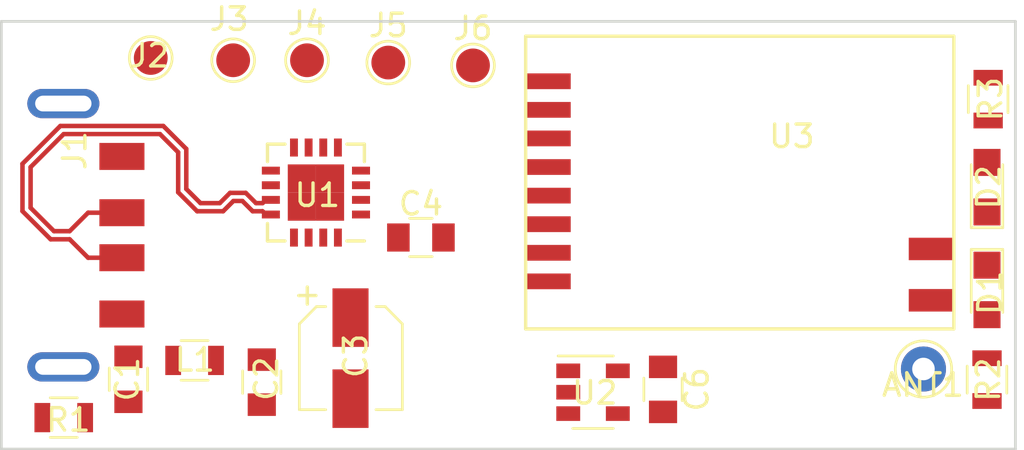
<source format=kicad_pcb>
(kicad_pcb (version 20171130) (host pcbnew "(6.0.0-rc1-dev-335-g46216ad)")

  (general
    (thickness 1.6)
    (drawings 4)
    (tracks 34)
    (zones 0)
    (modules 21)
    (nets 20)
  )

  (page A4)
  (layers
    (0 F.Cu signal)
    (31 B.Cu signal)
    (32 B.Adhes user)
    (33 F.Adhes user)
    (34 B.Paste user)
    (35 F.Paste user)
    (36 B.SilkS user)
    (37 F.SilkS user)
    (38 B.Mask user)
    (39 F.Mask user)
    (40 Dwgs.User user)
    (41 Cmts.User user)
    (42 Eco1.User user)
    (43 Eco2.User user)
    (44 Edge.Cuts user)
    (45 Margin user)
    (46 B.CrtYd user)
    (47 F.CrtYd user)
    (48 B.Fab user)
    (49 F.Fab user hide)
  )

  (setup
    (last_trace_width 0.25)
    (user_trace_width 0.16)
    (trace_clearance 0.16)
    (zone_clearance 0.508)
    (zone_45_only no)
    (trace_min 0.16)
    (via_size 0.8)
    (via_drill 0.4)
    (via_min_size 0.4)
    (via_min_drill 0.3)
    (uvia_size 0.3)
    (uvia_drill 0.1)
    (uvias_allowed no)
    (uvia_min_size 0.2)
    (uvia_min_drill 0.1)
    (edge_width 0.05)
    (segment_width 0.2)
    (pcb_text_width 0.3)
    (pcb_text_size 1.5 1.5)
    (mod_edge_width 0.12)
    (mod_text_size 1 1)
    (mod_text_width 0.15)
    (pad_size 1.524 1.524)
    (pad_drill 0.762)
    (pad_to_mask_clearance 0.2)
    (aux_axis_origin 0 0)
    (visible_elements FFFFE77F)
    (pcbplotparams
      (layerselection 0x010fc_ffffffff)
      (usegerberextensions false)
      (usegerberattributes false)
      (usegerberadvancedattributes false)
      (creategerberjobfile false)
      (excludeedgelayer true)
      (linewidth 0.100000)
      (plotframeref false)
      (viasonmask false)
      (mode 1)
      (useauxorigin false)
      (hpglpennumber 1)
      (hpglpenspeed 20)
      (hpglpendiameter 15.000000)
      (psnegative false)
      (psa4output false)
      (plotreference true)
      (plotvalue true)
      (plotinvisibletext false)
      (padsonsilk false)
      (subtractmaskfromsilk false)
      (outputformat 1)
      (mirror false)
      (drillshape 1)
      (scaleselection 1)
      (outputdirectory ""))
  )

  (net 0 "")
  (net 1 +3V3)
  (net 2 +5V)
  (net 3 GND)
  (net 4 "Net-(J1-Pad5)")
  (net 5 LED)
  (net 6 "Net-(D1-Pad2)")
  (net 7 "Net-(D2-Pad2)")
  (net 8 LED_DEBUG)
  (net 9 D-)
  (net 10 "Net-(C1-Pad1)")
  (net 11 D+)
  (net 12 ISPDAT)
  (net 13 ISPCLK)
  (net 14 MOSI)
  (net 15 GDO0)
  (net 16 GDO2)
  (net 17 ~MCLR)
  (net 18 CSN)
  (net 19 "Net-(ANT1-Pad1)")

  (net_class Default "Ceci est la Netclass par défaut."
    (clearance 0.16)
    (trace_width 0.25)
    (via_dia 0.8)
    (via_drill 0.4)
    (uvia_dia 0.3)
    (uvia_drill 0.1)
    (diff_pair_width 0.2)
    (diff_pair_gap 0.16)
    (add_net +3V3)
    (add_net +5V)
    (add_net CSN)
    (add_net D+)
    (add_net D-)
    (add_net GDO0)
    (add_net GDO2)
    (add_net GND)
    (add_net ISPCLK)
    (add_net ISPDAT)
    (add_net LED)
    (add_net LED_DEBUG)
    (add_net MOSI)
    (add_net "Net-(ANT1-Pad1)")
    (add_net "Net-(C1-Pad1)")
    (add_net "Net-(D1-Pad2)")
    (add_net "Net-(D2-Pad2)")
    (add_net "Net-(J1-Pad5)")
    (add_net ~MCLR)
  )

  (module Connectors_TestPoints:Test_Point_Pad_d1.5mm (layer F.Cu) (tedit 59B53D7B) (tstamp 5B8573AC)
    (at 145.3896 92.7862)
    (descr "SMD pad as test Point, diameter 1.5mm")
    (tags "test point SMD pad")
    (path /5B7D9504)
    (attr virtual)
    (fp_text reference J2 (at -0.0508 -0.1016) (layer F.SilkS)
      (effects (font (size 1 1) (thickness 0.15)))
    )
    (fp_text value TestPoint (at 0 1.75) (layer F.Fab)
      (effects (font (size 1 1) (thickness 0.15)))
    )
    (fp_circle (center 0 0) (end 0 0.95) (layer F.SilkS) (width 0.12))
    (fp_circle (center 0 0) (end 1.25 0) (layer F.CrtYd) (width 0.05))
    (fp_text user %R (at 0 -1.65) (layer F.Fab)
      (effects (font (size 1 1) (thickness 0.15)))
    )
    (pad 1 smd circle (at 0 0) (size 1.5 1.5) (layers F.Cu F.Mask)
      (net 17 ~MCLR))
  )

  (module Capacitors_SMD:CP_Elec_4x4.5 (layer F.Cu) (tedit 58AA85E3) (tstamp 5B852BCF)
    (at 154.2542 106.1212 270)
    (descr "SMT capacitor, aluminium electrolytic, 4x4.5")
    (path /5B63038C)
    (attr smd)
    (fp_text reference C3 (at -0.1016 -0.2286 90) (layer F.SilkS)
      (effects (font (size 1 1) (thickness 0.15)))
    )
    (fp_text value 4.7uF (at 0 -3.45 90) (layer F.Fab) hide
      (effects (font (size 1 1) (thickness 0.15)))
    )
    (fp_line (start 3.35 2.37) (end -3.35 2.37) (layer F.CrtYd) (width 0.05))
    (fp_line (start 3.35 2.37) (end 3.35 -2.4) (layer F.CrtYd) (width 0.05))
    (fp_line (start -3.35 -2.4) (end -3.35 2.37) (layer F.CrtYd) (width 0.05))
    (fp_line (start -3.35 -2.4) (end 3.35 -2.4) (layer F.CrtYd) (width 0.05))
    (fp_line (start -1.52 2.27) (end -2.29 1.51) (layer F.SilkS) (width 0.12))
    (fp_line (start -1.52 2.27) (end 2.29 2.27) (layer F.SilkS) (width 0.12))
    (fp_line (start -1.52 -2.3) (end -2.29 -1.54) (layer F.SilkS) (width 0.12))
    (fp_line (start -1.52 -2.3) (end 2.29 -2.3) (layer F.SilkS) (width 0.12))
    (fp_line (start -2.29 -1.54) (end -2.29 -1.13) (layer F.SilkS) (width 0.12))
    (fp_line (start -2.29 1.51) (end -2.29 1.1) (layer F.SilkS) (width 0.12))
    (fp_line (start 2.29 2.27) (end 2.29 1.1) (layer F.SilkS) (width 0.12))
    (fp_line (start 2.29 -2.3) (end 2.29 -1.13) (layer F.SilkS) (width 0.12))
    (fp_line (start 2.13 -2.15) (end -1.46 -2.15) (layer F.Fab) (width 0.1))
    (fp_line (start -1.46 -2.15) (end -2.13 -1.47) (layer F.Fab) (width 0.1))
    (fp_line (start -2.13 -1.47) (end -2.13 1.45) (layer F.Fab) (width 0.1))
    (fp_line (start -2.13 1.45) (end -1.46 2.12) (layer F.Fab) (width 0.1))
    (fp_line (start -1.46 2.12) (end 2.13 2.12) (layer F.Fab) (width 0.1))
    (fp_line (start 2.13 2.12) (end 2.13 -2.15) (layer F.Fab) (width 0.1))
    (fp_text user %R (at 0.2032 1.5748 90) (layer F.Fab)
      (effects (font (size 1 1) (thickness 0.15)))
    )
    (fp_text user + (at -2.78 1.99 90) (layer F.SilkS)
      (effects (font (size 1 1) (thickness 0.15)))
    )
    (fp_text user + (at -1.24 -0.08 270) (layer F.Fab)
      (effects (font (size 1 1) (thickness 0.15)))
    )
    (fp_circle (center 0 0) (end 0.1 2.1) (layer F.Fab) (width 0.1))
    (pad 2 smd rect (at 1.8 0 90) (size 2.6 1.6) (layers F.Cu F.Paste F.Mask)
      (net 3 GND))
    (pad 1 smd rect (at -1.8 0 90) (size 2.6 1.6) (layers F.Cu F.Paste F.Mask)
      (net 2 +5V))
    (model Capacitors_SMD.3dshapes/CP_Elec_4x4.5.wrl
      (at (xyz 0 0 0))
      (scale (xyz 1 1 1))
      (rotate (xyz 0 0 180))
    )
  )

  (module Capacitors_SMD:C_0805 (layer F.Cu) (tedit 58AA8463) (tstamp 5B852BB3)
    (at 168.1226 107.5088 270)
    (descr "Capacitor SMD 0805, reflow soldering, AVX (see smccp.pdf)")
    (tags "capacitor 0805")
    (path /5B684462)
    (attr smd)
    (fp_text reference C6 (at 0 -1.5 270) (layer F.SilkS)
      (effects (font (size 1 1) (thickness 0.15)))
    )
    (fp_text value 100nF (at 0 1.75 270) (layer F.Fab)
      (effects (font (size 1 1) (thickness 0.15)))
    )
    (fp_line (start 1.75 0.87) (end -1.75 0.87) (layer F.CrtYd) (width 0.05))
    (fp_line (start 1.75 0.87) (end 1.75 -0.88) (layer F.CrtYd) (width 0.05))
    (fp_line (start -1.75 -0.88) (end -1.75 0.87) (layer F.CrtYd) (width 0.05))
    (fp_line (start -1.75 -0.88) (end 1.75 -0.88) (layer F.CrtYd) (width 0.05))
    (fp_line (start -0.5 0.85) (end 0.5 0.85) (layer F.SilkS) (width 0.12))
    (fp_line (start 0.5 -0.85) (end -0.5 -0.85) (layer F.SilkS) (width 0.12))
    (fp_line (start -1 -0.62) (end 1 -0.62) (layer F.Fab) (width 0.1))
    (fp_line (start 1 -0.62) (end 1 0.62) (layer F.Fab) (width 0.1))
    (fp_line (start 1 0.62) (end -1 0.62) (layer F.Fab) (width 0.1))
    (fp_line (start -1 0.62) (end -1 -0.62) (layer F.Fab) (width 0.1))
    (fp_text user %R (at 0 -1.5 270) (layer F.Fab)
      (effects (font (size 1 1) (thickness 0.15)))
    )
    (pad 2 smd rect (at 1 0 270) (size 1 1.25) (layers F.Cu F.Paste F.Mask)
      (net 3 GND))
    (pad 1 smd rect (at -1 0 270) (size 1 1.25) (layers F.Cu F.Paste F.Mask)
      (net 1 +3V3))
    (model Capacitors_SMD.3dshapes/C_0805.wrl
      (at (xyz 0 0 0))
      (scale (xyz 1 1 1))
      (rotate (xyz 0 0 0))
    )
  )

  (module Capacitors_SMD:C_0805 (layer F.Cu) (tedit 58AA8463) (tstamp 5B852DB3)
    (at 157.3784 100.7618)
    (descr "Capacitor SMD 0805, reflow soldering, AVX (see smccp.pdf)")
    (tags "capacitor 0805")
    (path /5B62FCC2)
    (attr smd)
    (fp_text reference C4 (at 0 -1.5) (layer F.SilkS)
      (effects (font (size 1 1) (thickness 0.15)))
    )
    (fp_text value 100nF (at 0 1.75) (layer F.Fab)
      (effects (font (size 1 1) (thickness 0.15)))
    )
    (fp_line (start 1.75 0.87) (end -1.75 0.87) (layer F.CrtYd) (width 0.05))
    (fp_line (start 1.75 0.87) (end 1.75 -0.88) (layer F.CrtYd) (width 0.05))
    (fp_line (start -1.75 -0.88) (end -1.75 0.87) (layer F.CrtYd) (width 0.05))
    (fp_line (start -1.75 -0.88) (end 1.75 -0.88) (layer F.CrtYd) (width 0.05))
    (fp_line (start -0.5 0.85) (end 0.5 0.85) (layer F.SilkS) (width 0.12))
    (fp_line (start 0.5 -0.85) (end -0.5 -0.85) (layer F.SilkS) (width 0.12))
    (fp_line (start -1 -0.62) (end 1 -0.62) (layer F.Fab) (width 0.1))
    (fp_line (start 1 -0.62) (end 1 0.62) (layer F.Fab) (width 0.1))
    (fp_line (start 1 0.62) (end -1 0.62) (layer F.Fab) (width 0.1))
    (fp_line (start -1 0.62) (end -1 -0.62) (layer F.Fab) (width 0.1))
    (fp_text user %R (at 0 -1.5) (layer F.Fab)
      (effects (font (size 1 1) (thickness 0.15)))
    )
    (pad 2 smd rect (at 1 0) (size 1 1.25) (layers F.Cu F.Paste F.Mask)
      (net 3 GND))
    (pad 1 smd rect (at -1 0) (size 1 1.25) (layers F.Cu F.Paste F.Mask)
      (net 1 +3V3))
    (model Capacitors_SMD.3dshapes/C_0805.wrl
      (at (xyz 0 0 0))
      (scale (xyz 1 1 1))
      (rotate (xyz 0 0 0))
    )
  )

  (module Capacitors_SMD:C_0805 (layer F.Cu) (tedit 58AA8463) (tstamp 5B852B80)
    (at 150.3172 107.188 270)
    (descr "Capacitor SMD 0805, reflow soldering, AVX (see smccp.pdf)")
    (tags "capacitor 0805")
    (path /5B62F72B)
    (attr smd)
    (fp_text reference C2 (at -0.1524 -0.2032 270) (layer F.SilkS)
      (effects (font (size 1 1) (thickness 0.15)))
    )
    (fp_text value 100nF (at 0 1.75 270) (layer F.Fab) hide
      (effects (font (size 1 1) (thickness 0.15)))
    )
    (fp_text user %R (at 0.0762 -0.1016 270) (layer F.Fab)
      (effects (font (size 1 1) (thickness 0.15)))
    )
    (fp_line (start -1 0.62) (end -1 -0.62) (layer F.Fab) (width 0.1))
    (fp_line (start 1 0.62) (end -1 0.62) (layer F.Fab) (width 0.1))
    (fp_line (start 1 -0.62) (end 1 0.62) (layer F.Fab) (width 0.1))
    (fp_line (start -1 -0.62) (end 1 -0.62) (layer F.Fab) (width 0.1))
    (fp_line (start 0.5 -0.85) (end -0.5 -0.85) (layer F.SilkS) (width 0.12))
    (fp_line (start -0.5 0.85) (end 0.5 0.85) (layer F.SilkS) (width 0.12))
    (fp_line (start -1.75 -0.88) (end 1.75 -0.88) (layer F.CrtYd) (width 0.05))
    (fp_line (start -1.75 -0.88) (end -1.75 0.87) (layer F.CrtYd) (width 0.05))
    (fp_line (start 1.75 0.87) (end 1.75 -0.88) (layer F.CrtYd) (width 0.05))
    (fp_line (start 1.75 0.87) (end -1.75 0.87) (layer F.CrtYd) (width 0.05))
    (pad 1 smd rect (at -1 0 270) (size 1 1.25) (layers F.Cu F.Paste F.Mask)
      (net 2 +5V))
    (pad 2 smd rect (at 1 0 270) (size 1 1.25) (layers F.Cu F.Paste F.Mask)
      (net 3 GND))
    (model Capacitors_SMD.3dshapes/C_0805.wrl
      (at (xyz 0 0 0))
      (scale (xyz 1 1 1))
      (rotate (xyz 0 0 0))
    )
  )

  (module Capacitors_SMD:C_0805 (layer F.Cu) (tedit 58AA8463) (tstamp 5B852B6F)
    (at 144.399 107.061 270)
    (descr "Capacitor SMD 0805, reflow soldering, AVX (see smccp.pdf)")
    (tags "capacitor 0805")
    (path /5B6302A0)
    (attr smd)
    (fp_text reference C1 (at 0 0.0508 270) (layer F.SilkS)
      (effects (font (size 1 1) (thickness 0.15)))
    )
    (fp_text value 10nF (at 0 1.75 270) (layer F.Fab) hide
      (effects (font (size 1 1) (thickness 0.15)))
    )
    (fp_line (start 1.75 0.87) (end -1.75 0.87) (layer F.CrtYd) (width 0.05))
    (fp_line (start 1.75 0.87) (end 1.75 -0.88) (layer F.CrtYd) (width 0.05))
    (fp_line (start -1.75 -0.88) (end -1.75 0.87) (layer F.CrtYd) (width 0.05))
    (fp_line (start -1.75 -0.88) (end 1.75 -0.88) (layer F.CrtYd) (width 0.05))
    (fp_line (start -0.5 0.85) (end 0.5 0.85) (layer F.SilkS) (width 0.12))
    (fp_line (start 0.5 -0.85) (end -0.5 -0.85) (layer F.SilkS) (width 0.12))
    (fp_line (start -1 -0.62) (end 1 -0.62) (layer F.Fab) (width 0.1))
    (fp_line (start 1 -0.62) (end 1 0.62) (layer F.Fab) (width 0.1))
    (fp_line (start 1 0.62) (end -1 0.62) (layer F.Fab) (width 0.1))
    (fp_line (start -1 0.62) (end -1 -0.62) (layer F.Fab) (width 0.1))
    (fp_text user %R (at 0 -0.0508 270) (layer F.Fab)
      (effects (font (size 1 1) (thickness 0.15)))
    )
    (pad 2 smd rect (at 1 0 270) (size 1 1.25) (layers F.Cu F.Paste F.Mask)
      (net 3 GND))
    (pad 1 smd rect (at -1 0 270) (size 1 1.25) (layers F.Cu F.Paste F.Mask)
      (net 10 "Net-(C1-Pad1)"))
    (model Capacitors_SMD.3dshapes/C_0805.wrl
      (at (xyz 0 0 0))
      (scale (xyz 1 1 1))
      (rotate (xyz 0 0 0))
    )
  )

  (module Connectors:Pin_d1.0mm_L10.0mm (layer F.Cu) (tedit 59B3E075) (tstamp 5B852B5E)
    (at 179.6796 106.6038)
    (descr "solder Pin_ diameter 1.0mm, hole diameter 1.0mm (press fit), length 10.0mm")
    (tags "solder Pin_ press fit")
    (path /5B61E0D6)
    (fp_text reference ANT1 (at -0.0254 0.7112) (layer F.SilkS)
      (effects (font (size 1 1) (thickness 0.15)))
    )
    (fp_text value antenna_433Mhz (at 0 -2.05) (layer F.Fab) hide
      (effects (font (size 1 1) (thickness 0.15)))
    )
    (fp_circle (center 0 0) (end 1.25 0.05) (layer F.SilkS) (width 0.12))
    (fp_circle (center 0 0) (end 1 0) (layer F.Fab) (width 0.12))
    (fp_circle (center 0 0) (end 0.5 0) (layer F.Fab) (width 0.12))
    (fp_circle (center 0 0) (end 1.5 0) (layer F.CrtYd) (width 0.05))
    (fp_text user %R (at 0 2.25) (layer F.Fab)
      (effects (font (size 1 1) (thickness 0.15)))
    )
    (pad 1 thru_hole circle (at 0 0) (size 2 2) (drill 1) (layers *.Cu *.Mask)
      (net 19 "Net-(ANT1-Pad1)"))
    (model ${KISYS3DMOD}/Connectors.3dshapes/Pin_d1.0mm_L10.0mm.wrl
      (at (xyz 0 0 0))
      (scale (xyz 1 1 1))
      (rotate (xyz 0 0 0))
    )
  )

  (module Connectors_TestPoints:Test_Point_Pad_d1.5mm (layer F.Cu) (tedit 59B53D7B) (tstamp 5B852B46)
    (at 159.6898 93.1164)
    (descr "SMD pad as test Point, diameter 1.5mm")
    (tags "test point SMD pad")
    (path /5B7D96DD)
    (attr virtual)
    (fp_text reference J6 (at 0 -1.648) (layer F.SilkS)
      (effects (font (size 1 1) (thickness 0.15)))
    )
    (fp_text value TestPoint (at 0 1.75) (layer F.Fab)
      (effects (font (size 1 1) (thickness 0.15)))
    )
    (fp_text user %R (at 0 -1.65) (layer F.Fab)
      (effects (font (size 1 1) (thickness 0.15)))
    )
    (fp_circle (center 0 0) (end 1.25 0) (layer F.CrtYd) (width 0.05))
    (fp_circle (center 0 0) (end 0 0.95) (layer F.SilkS) (width 0.12))
    (pad 1 smd circle (at 0 0) (size 1.5 1.5) (layers F.Cu F.Mask)
      (net 13 ISPCLK))
  )

  (module Connectors_TestPoints:Test_Point_Pad_d1.5mm (layer F.Cu) (tedit 59B53D7B) (tstamp 5B852B3E)
    (at 155.9306 92.9894)
    (descr "SMD pad as test Point, diameter 1.5mm")
    (tags "test point SMD pad")
    (path /5B7D969E)
    (attr virtual)
    (fp_text reference J5 (at 0 -1.648) (layer F.SilkS)
      (effects (font (size 1 1) (thickness 0.15)))
    )
    (fp_text value TestPoint (at 0 1.75) (layer F.Fab)
      (effects (font (size 1 1) (thickness 0.15)))
    )
    (fp_circle (center 0 0) (end 0 0.95) (layer F.SilkS) (width 0.12))
    (fp_circle (center 0 0) (end 1.25 0) (layer F.CrtYd) (width 0.05))
    (fp_text user %R (at 0 -1.65) (layer F.Fab)
      (effects (font (size 1 1) (thickness 0.15)))
    )
    (pad 1 smd circle (at 0 0) (size 1.5 1.5) (layers F.Cu F.Mask)
      (net 12 ISPDAT))
  )

  (module Connectors_TestPoints:Test_Point_Pad_d1.5mm (layer F.Cu) (tedit 59B53D7B) (tstamp 5B852B36)
    (at 152.3238 92.8878)
    (descr "SMD pad as test Point, diameter 1.5mm")
    (tags "test point SMD pad")
    (path /5B7D9654)
    (attr virtual)
    (fp_text reference J4 (at 0 -1.648) (layer F.SilkS)
      (effects (font (size 1 1) (thickness 0.15)))
    )
    (fp_text value TestPoint (at 0 1.75) (layer F.Fab)
      (effects (font (size 1 1) (thickness 0.15)))
    )
    (fp_text user %R (at 0 -1.65) (layer F.Fab)
      (effects (font (size 1 1) (thickness 0.15)))
    )
    (fp_circle (center 0 0) (end 1.25 0) (layer F.CrtYd) (width 0.05))
    (fp_circle (center 0 0) (end 0 0.95) (layer F.SilkS) (width 0.12))
    (pad 1 smd circle (at 0 0) (size 1.5 1.5) (layers F.Cu F.Mask)
      (net 3 GND))
  )

  (module Connectors_TestPoints:Test_Point_Pad_d1.5mm (layer F.Cu) (tedit 59B53D7B) (tstamp 5B852B2E)
    (at 149.0472 92.8878)
    (descr "SMD pad as test Point, diameter 1.5mm")
    (tags "test point SMD pad")
    (path /5B7D95BB)
    (attr virtual)
    (fp_text reference J3 (at -0.1778 -1.8288) (layer F.SilkS)
      (effects (font (size 1 1) (thickness 0.15)))
    )
    (fp_text value TestPoint (at 0 1.75) (layer F.Fab)
      (effects (font (size 1 1) (thickness 0.15)))
    )
    (fp_circle (center 0 0) (end 0 0.95) (layer F.SilkS) (width 0.12))
    (fp_circle (center 0 0) (end 1.25 0) (layer F.CrtYd) (width 0.05))
    (fp_text user %R (at 0 -1.65) (layer F.Fab)
      (effects (font (size 1 1) (thickness 0.15)))
    )
    (pad 1 smd circle (at 0 0) (size 1.5 1.5) (layers F.Cu F.Mask)
      (net 1 +3V3))
  )

  (module E07-M1101S:E07-M1101S (layer F.Cu) (tedit 5B7DBD01) (tstamp 5B852B26)
    (at 162.0266 91.821)
    (path /5B7B9984)
    (fp_text reference U3 (at 11.811 4.445) (layer F.SilkS)
      (effects (font (size 1 1) (thickness 0.15)))
    )
    (fp_text value E07-M1101S (at 11.43 2.794) (layer F.Fab)
      (effects (font (size 1 1) (thickness 0.15)))
    )
    (fp_line (start 0 0) (end 19 0) (layer F.SilkS) (width 0.15))
    (fp_line (start 19 0) (end 19 13) (layer F.SilkS) (width 0.15))
    (fp_line (start 0 13) (end 19 13) (layer F.SilkS) (width 0.15))
    (fp_line (start 0 0) (end 0 13) (layer F.SilkS) (width 0.15))
    (pad 1 smd rect (at 1 2) (size 2 0.7) (layers F.Cu F.Paste F.Mask)
      (net 1 +3V3))
    (pad 9 smd rect (at 18 11.73) (size 2 1) (layers F.Cu F.Paste F.Mask)
      (net 19 "Net-(ANT1-Pad1)"))
    (pad 2 smd rect (at 1 3.27) (size 2 0.7) (layers F.Cu F.Paste F.Mask)
      (net 15 GDO0))
    (pad 3 smd rect (at 1 4.54) (size 2 0.7) (layers F.Cu F.Paste F.Mask)
      (net 18 CSN))
    (pad 4 smd rect (at 1 5.81) (size 2 0.7) (layers F.Cu F.Paste F.Mask)
      (net 12 ISPDAT))
    (pad 5 smd rect (at 1 7.08) (size 2 0.7) (layers F.Cu F.Paste F.Mask)
      (net 14 MOSI))
    (pad 6 smd rect (at 1 8.35) (size 2 0.7) (layers F.Cu F.Paste F.Mask)
      (net 13 ISPCLK))
    (pad 7 smd rect (at 1 9.62) (size 2 0.7) (layers F.Cu F.Paste F.Mask)
      (net 16 GDO2))
    (pad 8 smd rect (at 1 10.89) (size 2 0.7) (layers F.Cu F.Paste F.Mask)
      (net 3 GND))
    (pad 10 smd rect (at 18 9.45) (size 2 1) (layers F.Cu F.Paste F.Mask)
      (net 3 GND))
  )

  (module Housings_DFN_QFN:QFN-16-1EP_4x4mm_Pitch0.65mm (layer F.Cu) (tedit 54130A77) (tstamp 5B852B14)
    (at 152.7202 98.7652 180)
    (descr "16-Lead Plastic Quad Flat, No Lead Package (ML) - 4x4x0.9 mm Body [QFN]; (see Microchip Packaging Specification 00000049BS.pdf)")
    (tags "QFN 0.65")
    (path /5B5A1512)
    (attr smd)
    (fp_text reference U1 (at -0.0608 -0.117 180) (layer F.SilkS)
      (effects (font (size 1 1) (thickness 0.15)))
    )
    (fp_text value PIC16LF1454-I_ML (at 0 3.4 180) (layer F.Fab)
      (effects (font (size 1 1) (thickness 0.15)))
    )
    (fp_line (start 2.15 -2.15) (end 1.375 -2.15) (layer F.SilkS) (width 0.15))
    (fp_line (start 2.15 2.15) (end 1.375 2.15) (layer F.SilkS) (width 0.15))
    (fp_line (start -2.15 2.15) (end -1.375 2.15) (layer F.SilkS) (width 0.15))
    (fp_line (start -2.15 -2.15) (end -1.375 -2.15) (layer F.SilkS) (width 0.15))
    (fp_line (start 2.15 2.15) (end 2.15 1.375) (layer F.SilkS) (width 0.15))
    (fp_line (start -2.15 2.15) (end -2.15 1.375) (layer F.SilkS) (width 0.15))
    (fp_line (start 2.15 -2.15) (end 2.15 -1.375) (layer F.SilkS) (width 0.15))
    (fp_line (start -2.65 2.65) (end 2.65 2.65) (layer F.CrtYd) (width 0.05))
    (fp_line (start -2.65 -2.65) (end 2.65 -2.65) (layer F.CrtYd) (width 0.05))
    (fp_line (start 2.65 -2.65) (end 2.65 2.65) (layer F.CrtYd) (width 0.05))
    (fp_line (start -2.65 -2.65) (end -2.65 2.65) (layer F.CrtYd) (width 0.05))
    (fp_line (start -2 -1) (end -1 -2) (layer F.Fab) (width 0.15))
    (fp_line (start -2 2) (end -2 -1) (layer F.Fab) (width 0.15))
    (fp_line (start 2 2) (end -2 2) (layer F.Fab) (width 0.15))
    (fp_line (start 2 -2) (end 2 2) (layer F.Fab) (width 0.15))
    (fp_line (start -1 -2) (end 2 -2) (layer F.Fab) (width 0.15))
    (pad 17 smd rect (at -0.625 -0.625 180) (size 1.25 1.25) (layers F.Cu F.Paste F.Mask)
      (solder_paste_margin_ratio -0.2))
    (pad 17 smd rect (at -0.625 0.625 180) (size 1.25 1.25) (layers F.Cu F.Paste F.Mask)
      (solder_paste_margin_ratio -0.2))
    (pad 17 smd rect (at 0.625 -0.625 180) (size 1.25 1.25) (layers F.Cu F.Paste F.Mask)
      (solder_paste_margin_ratio -0.2))
    (pad 17 smd rect (at 0.625 0.625 180) (size 1.25 1.25) (layers F.Cu F.Paste F.Mask)
      (solder_paste_margin_ratio -0.2))
    (pad 16 smd rect (at -0.975 -2 270) (size 0.8 0.35) (layers F.Cu F.Paste F.Mask)
      (net 1 +3V3))
    (pad 15 smd rect (at -0.325 -2 270) (size 0.8 0.35) (layers F.Cu F.Paste F.Mask))
    (pad 14 smd rect (at 0.325 -2 270) (size 0.8 0.35) (layers F.Cu F.Paste F.Mask))
    (pad 13 smd rect (at 0.975 -2 270) (size 0.8 0.35) (layers F.Cu F.Paste F.Mask)
      (net 3 GND))
    (pad 12 smd rect (at 2 -0.975 180) (size 0.8 0.35) (layers F.Cu F.Paste F.Mask)
      (net 11 D+))
    (pad 11 smd rect (at 2 -0.325 180) (size 0.8 0.35) (layers F.Cu F.Paste F.Mask)
      (net 9 D-))
    (pad 10 smd rect (at 2 0.325 180) (size 0.8 0.35) (layers F.Cu F.Paste F.Mask)
      (net 1 +3V3))
    (pad 9 smd rect (at 2 0.975 180) (size 0.8 0.35) (layers F.Cu F.Paste F.Mask)
      (net 12 ISPDAT))
    (pad 8 smd rect (at 0.975 2 270) (size 0.8 0.35) (layers F.Cu F.Paste F.Mask)
      (net 13 ISPCLK))
    (pad 7 smd rect (at 0.325 2 270) (size 0.8 0.35) (layers F.Cu F.Paste F.Mask)
      (net 14 MOSI))
    (pad 6 smd rect (at -0.325 2 270) (size 0.8 0.35) (layers F.Cu F.Paste F.Mask)
      (net 15 GDO0))
    (pad 5 smd rect (at -0.975 2 270) (size 0.8 0.35) (layers F.Cu F.Paste F.Mask)
      (net 16 GDO2))
    (pad 4 smd rect (at -2 0.975 180) (size 0.8 0.35) (layers F.Cu F.Paste F.Mask)
      (net 8 LED_DEBUG))
    (pad 3 smd rect (at -2 0.325 180) (size 0.8 0.35) (layers F.Cu F.Paste F.Mask)
      (net 17 ~MCLR))
    (pad 2 smd rect (at -2 -0.325 180) (size 0.8 0.35) (layers F.Cu F.Paste F.Mask)
      (net 18 CSN))
    (pad 1 smd rect (at -2 -0.975 180) (size 0.8 0.35) (layers F.Cu F.Paste F.Mask)
      (net 5 LED))
    (model ${KISYS3DMOD}/Housings_DFN_QFN.3dshapes/QFN-16-1EP_4x4mm_Pitch0.65mm.wrl
      (at (xyz 0 0 0))
      (scale (xyz 1 1 1))
      (rotate (xyz 0 0 0))
    )
  )

  (module Inductors_SMD:L_0805 (layer F.Cu) (tedit 58307B54) (tstamp 5B853570)
    (at 147.3352 106.2228)
    (descr "Resistor SMD 0805, reflow soldering, Vishay (see dcrcw.pdf)")
    (tags "resistor 0805")
    (path /5B62FF31)
    (attr smd)
    (fp_text reference L1 (at 0.0102 -0.0254) (layer F.SilkS)
      (effects (font (size 1 1) (thickness 0.15)))
    )
    (fp_text value 33R (at 0 2.1) (layer F.Fab)
      (effects (font (size 1 1) (thickness 0.15)))
    )
    (fp_line (start -0.6 -0.88) (end 0.6 -0.88) (layer F.SilkS) (width 0.12))
    (fp_line (start 0.6 0.88) (end -0.6 0.88) (layer F.SilkS) (width 0.12))
    (fp_line (start 1.6 -1) (end 1.6 1) (layer F.CrtYd) (width 0.05))
    (fp_line (start -1.6 -1) (end -1.6 1) (layer F.CrtYd) (width 0.05))
    (fp_line (start -1.6 1) (end 1.6 1) (layer F.CrtYd) (width 0.05))
    (fp_line (start -1.6 -1) (end 1.6 -1) (layer F.CrtYd) (width 0.05))
    (fp_line (start -1 -0.62) (end 1 -0.62) (layer F.Fab) (width 0.1))
    (fp_line (start 1 -0.62) (end 1 0.62) (layer F.Fab) (width 0.1))
    (fp_line (start 1 0.62) (end -1 0.62) (layer F.Fab) (width 0.1))
    (fp_line (start -1 0.62) (end -1 -0.62) (layer F.Fab) (width 0.1))
    (fp_text user %R (at 0 0) (layer F.Fab)
      (effects (font (size 0.5 0.5) (thickness 0.075)))
    )
    (pad 2 smd rect (at 0.95 0) (size 0.7 1.3) (layers F.Cu F.Paste F.Mask)
      (net 2 +5V))
    (pad 1 smd rect (at -0.95 0) (size 0.7 1.3) (layers F.Cu F.Paste F.Mask)
      (net 10 "Net-(C1-Pad1)"))
    (model ${KISYS3DMOD}/Inductors_SMD.3dshapes/L_0805.wrl
      (at (xyz 0 0 0))
      (scale (xyz 1 1 1))
      (rotate (xyz 0 0 0))
    )
  )

  (module LEDs:LED_0805 (layer F.Cu) (tedit 59959803) (tstamp 5B852ADB)
    (at 182.499 98.5266 90)
    (descr "LED 0805 smd package")
    (tags "LED led 0805 SMD smd SMT smt smdled SMDLED smtled SMTLED")
    (path /5B7DCADD)
    (attr smd)
    (fp_text reference D2 (at 0 0.0762 90) (layer F.SilkS)
      (effects (font (size 1 1) (thickness 0.15)))
    )
    (fp_text value LED_ALT (at 0 1.55 90) (layer F.Fab)
      (effects (font (size 1 1) (thickness 0.15)))
    )
    (fp_line (start -1.8 -0.7) (end -1.8 0.7) (layer F.SilkS) (width 0.12))
    (fp_line (start -0.4 -0.4) (end -0.4 0.4) (layer F.Fab) (width 0.1))
    (fp_line (start -0.4 0) (end 0.2 -0.4) (layer F.Fab) (width 0.1))
    (fp_line (start 0.2 0.4) (end -0.4 0) (layer F.Fab) (width 0.1))
    (fp_line (start 0.2 -0.4) (end 0.2 0.4) (layer F.Fab) (width 0.1))
    (fp_line (start 1 0.6) (end -1 0.6) (layer F.Fab) (width 0.1))
    (fp_line (start 1 -0.6) (end 1 0.6) (layer F.Fab) (width 0.1))
    (fp_line (start -1 -0.6) (end 1 -0.6) (layer F.Fab) (width 0.1))
    (fp_line (start -1 0.6) (end -1 -0.6) (layer F.Fab) (width 0.1))
    (fp_line (start -1.8 0.7) (end 1 0.7) (layer F.SilkS) (width 0.12))
    (fp_line (start -1.8 -0.7) (end 1 -0.7) (layer F.SilkS) (width 0.12))
    (fp_line (start 1.95 -0.85) (end 1.95 0.85) (layer F.CrtYd) (width 0.05))
    (fp_line (start 1.95 0.85) (end -1.95 0.85) (layer F.CrtYd) (width 0.05))
    (fp_line (start -1.95 0.85) (end -1.95 -0.85) (layer F.CrtYd) (width 0.05))
    (fp_line (start -1.95 -0.85) (end 1.95 -0.85) (layer F.CrtYd) (width 0.05))
    (fp_text user %R (at 0 -1.25 90) (layer F.Fab)
      (effects (font (size 0.4 0.4) (thickness 0.1)))
    )
    (pad 2 smd rect (at 1.1 0 270) (size 1.2 1.2) (layers F.Cu F.Paste F.Mask)
      (net 7 "Net-(D2-Pad2)"))
    (pad 1 smd rect (at -1.1 0 270) (size 1.2 1.2) (layers F.Cu F.Paste F.Mask)
      (net 3 GND))
    (model ${KISYS3DMOD}/LEDs.3dshapes/LED_0805.wrl
      (at (xyz 0 0 0))
      (scale (xyz 1 1 1))
      (rotate (xyz 0 0 180))
    )
  )

  (module LEDs:LED_0805 (layer F.Cu) (tedit 59959803) (tstamp 5B852AC5)
    (at 182.499 103.0908 270)
    (descr "LED 0805 smd package")
    (tags "LED led 0805 SMD smd SMT smt smdled SMDLED smtled SMTLED")
    (path /5B61E4BB)
    (attr smd)
    (fp_text reference D1 (at 0.127 -0.127 270) (layer F.SilkS)
      (effects (font (size 1 1) (thickness 0.15)))
    )
    (fp_text value LED_ALT (at 0 1.55 270) (layer F.Fab)
      (effects (font (size 1 1) (thickness 0.15)))
    )
    (fp_text user %R (at 0 -1.25 270) (layer F.Fab)
      (effects (font (size 0.4 0.4) (thickness 0.1)))
    )
    (fp_line (start -1.95 -0.85) (end 1.95 -0.85) (layer F.CrtYd) (width 0.05))
    (fp_line (start -1.95 0.85) (end -1.95 -0.85) (layer F.CrtYd) (width 0.05))
    (fp_line (start 1.95 0.85) (end -1.95 0.85) (layer F.CrtYd) (width 0.05))
    (fp_line (start 1.95 -0.85) (end 1.95 0.85) (layer F.CrtYd) (width 0.05))
    (fp_line (start -1.8 -0.7) (end 1 -0.7) (layer F.SilkS) (width 0.12))
    (fp_line (start -1.8 0.7) (end 1 0.7) (layer F.SilkS) (width 0.12))
    (fp_line (start -1 0.6) (end -1 -0.6) (layer F.Fab) (width 0.1))
    (fp_line (start -1 -0.6) (end 1 -0.6) (layer F.Fab) (width 0.1))
    (fp_line (start 1 -0.6) (end 1 0.6) (layer F.Fab) (width 0.1))
    (fp_line (start 1 0.6) (end -1 0.6) (layer F.Fab) (width 0.1))
    (fp_line (start 0.2 -0.4) (end 0.2 0.4) (layer F.Fab) (width 0.1))
    (fp_line (start 0.2 0.4) (end -0.4 0) (layer F.Fab) (width 0.1))
    (fp_line (start -0.4 0) (end 0.2 -0.4) (layer F.Fab) (width 0.1))
    (fp_line (start -0.4 -0.4) (end -0.4 0.4) (layer F.Fab) (width 0.1))
    (fp_line (start -1.8 -0.7) (end -1.8 0.7) (layer F.SilkS) (width 0.12))
    (pad 1 smd rect (at -1.1 0 90) (size 1.2 1.2) (layers F.Cu F.Paste F.Mask)
      (net 3 GND))
    (pad 2 smd rect (at 1.1 0 90) (size 1.2 1.2) (layers F.Cu F.Paste F.Mask)
      (net 6 "Net-(D1-Pad2)"))
    (model ${KISYS3DMOD}/LEDs.3dshapes/LED_0805.wrl
      (at (xyz 0 0 0))
      (scale (xyz 1 1 1))
      (rotate (xyz 0 0 180))
    )
  )

  (module PX_Molex:MOLEX_USB_48037-2200 (layer F.Cu) (tedit 5B852468) (tstamp 5B852AAF)
    (at 141.5102 100.6606 270)
    (path /5B61E2AD)
    (attr smd)
    (fp_text reference J1 (at -3.7596 -0.5012 270) (layer F.SilkS)
      (effects (font (size 1 1) (thickness 0.15)))
    )
    (fp_text value "Molex 48037-2200" (at 3.556 -5.588 270) (layer F.Fab) hide
      (effects (font (size 1 1) (thickness 0.15)))
    )
    (fp_line (start -6 2.75) (end 6 2.75) (layer F.Fab) (width 0.12))
    (pad 2 smd rect (at 1 -2.6 270) (size 1.2 2) (layers F.Cu F.Paste F.Mask)
      (net 9 D-))
    (pad 1 smd rect (at 3.5 -2.6 270) (size 1.2 2) (layers F.Cu F.Paste F.Mask)
      (net 10 "Net-(C1-Pad1)"))
    (pad 3 smd rect (at -1 -2.6 270) (size 1.2 2) (layers F.Cu F.Paste F.Mask)
      (net 11 D+))
    (pad 4 smd rect (at -3.5 -2.6 270) (size 1.2 2) (layers F.Cu F.Paste F.Mask)
      (net 3 GND))
    (pad "" np_thru_hole circle (at 2.25 0 270) (size 1.1 1.1) (drill 1.1) (layers *.Cu *.Mask))
    (pad "" np_thru_hole circle (at -2.25 0 270) (size 1.1 1.1) (drill 1.1) (layers *.Cu *.Mask))
    (pad 5 thru_hole roundrect (at -5.85 0 270) (size 1.3 3.2) (drill oval 0.7 2.5) (layers *.Cu *.Mask) (roundrect_rratio 0.5)
      (net 4 "Net-(J1-Pad5)"))
    (pad 5 thru_hole roundrect (at 5.85 0 270) (size 1.3 3.2) (drill oval 0.7 2.5) (layers *.Cu *.Mask) (roundrect_rratio 0.5)
      (net 4 "Net-(J1-Pad5)"))
    (model "${KIPRJMOD}/3d_models/Molex 480372-200.step"
      (offset (xyz 0 -8.300000000000001 -0.2))
      (scale (xyz 1 1 1))
      (rotate (xyz -90 0 0))
    )
  )

  (module Resistors_SMD:R_0805 (layer F.Cu) (tedit 58E0A804) (tstamp 5B85302E)
    (at 182.5498 94.615 270)
    (descr "Resistor SMD 0805, reflow soldering, Vishay (see dcrcw.pdf)")
    (tags "resistor 0805")
    (path /5B7DCAE4)
    (attr smd)
    (fp_text reference R3 (at 0 -0.1016 270) (layer F.SilkS)
      (effects (font (size 1 1) (thickness 0.15)))
    )
    (fp_text value 50R (at 0 1.75 270) (layer F.Fab)
      (effects (font (size 1 1) (thickness 0.15)))
    )
    (fp_line (start 1.55 0.9) (end -1.55 0.9) (layer F.CrtYd) (width 0.05))
    (fp_line (start 1.55 0.9) (end 1.55 -0.9) (layer F.CrtYd) (width 0.05))
    (fp_line (start -1.55 -0.9) (end -1.55 0.9) (layer F.CrtYd) (width 0.05))
    (fp_line (start -1.55 -0.9) (end 1.55 -0.9) (layer F.CrtYd) (width 0.05))
    (fp_line (start -0.6 -0.88) (end 0.6 -0.88) (layer F.SilkS) (width 0.12))
    (fp_line (start 0.6 0.88) (end -0.6 0.88) (layer F.SilkS) (width 0.12))
    (fp_line (start -1 -0.62) (end 1 -0.62) (layer F.Fab) (width 0.1))
    (fp_line (start 1 -0.62) (end 1 0.62) (layer F.Fab) (width 0.1))
    (fp_line (start 1 0.62) (end -1 0.62) (layer F.Fab) (width 0.1))
    (fp_line (start -1 0.62) (end -1 -0.62) (layer F.Fab) (width 0.1))
    (fp_text user %R (at 0 0 270) (layer F.Fab)
      (effects (font (size 0.5 0.5) (thickness 0.075)))
    )
    (pad 2 smd rect (at 0.95 0 270) (size 0.7 1.3) (layers F.Cu F.Paste F.Mask)
      (net 7 "Net-(D2-Pad2)"))
    (pad 1 smd rect (at -0.95 0 270) (size 0.7 1.3) (layers F.Cu F.Paste F.Mask)
      (net 8 LED_DEBUG))
    (model ${KISYS3DMOD}/Resistors_SMD.3dshapes/R_0805.wrl
      (at (xyz 0 0 0))
      (scale (xyz 1 1 1))
      (rotate (xyz 0 0 0))
    )
  )

  (module Resistors_SMD:R_0805 (layer F.Cu) (tedit 58E0A804) (tstamp 5B852A91)
    (at 182.499 107.0762 90)
    (descr "Resistor SMD 0805, reflow soldering, Vishay (see dcrcw.pdf)")
    (tags "resistor 0805")
    (path /5B7E08B9)
    (attr smd)
    (fp_text reference R2 (at 0 0.061 90) (layer F.SilkS)
      (effects (font (size 1 1) (thickness 0.15)))
    )
    (fp_text value 50R (at 0 1.75 90) (layer F.Fab)
      (effects (font (size 1 1) (thickness 0.15)))
    )
    (fp_text user %R (at 0 0 90) (layer F.Fab)
      (effects (font (size 0.5 0.5) (thickness 0.075)))
    )
    (fp_line (start -1 0.62) (end -1 -0.62) (layer F.Fab) (width 0.1))
    (fp_line (start 1 0.62) (end -1 0.62) (layer F.Fab) (width 0.1))
    (fp_line (start 1 -0.62) (end 1 0.62) (layer F.Fab) (width 0.1))
    (fp_line (start -1 -0.62) (end 1 -0.62) (layer F.Fab) (width 0.1))
    (fp_line (start 0.6 0.88) (end -0.6 0.88) (layer F.SilkS) (width 0.12))
    (fp_line (start -0.6 -0.88) (end 0.6 -0.88) (layer F.SilkS) (width 0.12))
    (fp_line (start -1.55 -0.9) (end 1.55 -0.9) (layer F.CrtYd) (width 0.05))
    (fp_line (start -1.55 -0.9) (end -1.55 0.9) (layer F.CrtYd) (width 0.05))
    (fp_line (start 1.55 0.9) (end 1.55 -0.9) (layer F.CrtYd) (width 0.05))
    (fp_line (start 1.55 0.9) (end -1.55 0.9) (layer F.CrtYd) (width 0.05))
    (pad 1 smd rect (at -0.95 0 90) (size 0.7 1.3) (layers F.Cu F.Paste F.Mask)
      (net 5 LED))
    (pad 2 smd rect (at 0.95 0 90) (size 0.7 1.3) (layers F.Cu F.Paste F.Mask)
      (net 6 "Net-(D1-Pad2)"))
    (model ${KISYS3DMOD}/Resistors_SMD.3dshapes/R_0805.wrl
      (at (xyz 0 0 0))
      (scale (xyz 1 1 1))
      (rotate (xyz 0 0 0))
    )
  )

  (module Resistors_SMD:R_0805 (layer F.Cu) (tedit 58E0A804) (tstamp 5B85326C)
    (at 141.5288 108.7628)
    (descr "Resistor SMD 0805, reflow soldering, Vishay (see dcrcw.pdf)")
    (tags "resistor 0805")
    (path /5B62F9B3)
    (attr smd)
    (fp_text reference R1 (at 0.2032 0.1016) (layer F.SilkS)
      (effects (font (size 1 1) (thickness 0.15)))
    )
    (fp_text value 1M (at 0 1.75) (layer F.Fab) hide
      (effects (font (size 1 1) (thickness 0.15)))
    )
    (fp_line (start 1.55 0.9) (end -1.55 0.9) (layer F.CrtYd) (width 0.05))
    (fp_line (start 1.55 0.9) (end 1.55 -0.9) (layer F.CrtYd) (width 0.05))
    (fp_line (start -1.55 -0.9) (end -1.55 0.9) (layer F.CrtYd) (width 0.05))
    (fp_line (start -1.55 -0.9) (end 1.55 -0.9) (layer F.CrtYd) (width 0.05))
    (fp_line (start -0.6 -0.88) (end 0.6 -0.88) (layer F.SilkS) (width 0.12))
    (fp_line (start 0.6 0.88) (end -0.6 0.88) (layer F.SilkS) (width 0.12))
    (fp_line (start -1 -0.62) (end 1 -0.62) (layer F.Fab) (width 0.1))
    (fp_line (start 1 -0.62) (end 1 0.62) (layer F.Fab) (width 0.1))
    (fp_line (start 1 0.62) (end -1 0.62) (layer F.Fab) (width 0.1))
    (fp_line (start -1 0.62) (end -1 -0.62) (layer F.Fab) (width 0.1))
    (fp_text user %R (at 0 0) (layer F.Fab)
      (effects (font (size 0.5 0.5) (thickness 0.075)))
    )
    (pad 2 smd rect (at 0.95 0) (size 0.7 1.3) (layers F.Cu F.Paste F.Mask)
      (net 3 GND))
    (pad 1 smd rect (at -0.95 0) (size 0.7 1.3) (layers F.Cu F.Paste F.Mask)
      (net 4 "Net-(J1-Pad5)"))
    (model ${KISYS3DMOD}/Resistors_SMD.3dshapes/R_0805.wrl
      (at (xyz 0 0 0))
      (scale (xyz 1 1 1))
      (rotate (xyz 0 0 0))
    )
  )

  (module TO_SOT_Packages_SMD:SOT-23-5 (layer F.Cu) (tedit 58CE4E7E) (tstamp 5B859C6A)
    (at 165.016 107.635)
    (descr "5-pin SOT23 package")
    (tags SOT-23-5)
    (path /5B6396D9)
    (attr smd)
    (fp_text reference U2 (at 0.0762 0.0254) (layer F.SilkS)
      (effects (font (size 1 1) (thickness 0.15)))
    )
    (fp_text value TLV71333PDBV (at 0 2.9) (layer F.Fab)
      (effects (font (size 1 1) (thickness 0.15)))
    )
    (fp_line (start 0.9 -1.55) (end 0.9 1.55) (layer F.Fab) (width 0.1))
    (fp_line (start 0.9 1.55) (end -0.9 1.55) (layer F.Fab) (width 0.1))
    (fp_line (start -0.9 -0.9) (end -0.9 1.55) (layer F.Fab) (width 0.1))
    (fp_line (start 0.9 -1.55) (end -0.25 -1.55) (layer F.Fab) (width 0.1))
    (fp_line (start -0.9 -0.9) (end -0.25 -1.55) (layer F.Fab) (width 0.1))
    (fp_line (start -1.9 1.8) (end -1.9 -1.8) (layer F.CrtYd) (width 0.05))
    (fp_line (start 1.9 1.8) (end -1.9 1.8) (layer F.CrtYd) (width 0.05))
    (fp_line (start 1.9 -1.8) (end 1.9 1.8) (layer F.CrtYd) (width 0.05))
    (fp_line (start -1.9 -1.8) (end 1.9 -1.8) (layer F.CrtYd) (width 0.05))
    (fp_line (start 0.9 -1.61) (end -1.55 -1.61) (layer F.SilkS) (width 0.12))
    (fp_line (start -0.9 1.61) (end 0.9 1.61) (layer F.SilkS) (width 0.12))
    (fp_text user %R (at 0 0 90) (layer F.Fab)
      (effects (font (size 0.5 0.5) (thickness 0.075)))
    )
    (pad 5 smd rect (at 1.1 -0.95) (size 1.06 0.65) (layers F.Cu F.Paste F.Mask)
      (net 1 +3V3))
    (pad 4 smd rect (at 1.1 0.95) (size 1.06 0.65) (layers F.Cu F.Paste F.Mask))
    (pad 3 smd rect (at -1.1 0.95) (size 1.06 0.65) (layers F.Cu F.Paste F.Mask)
      (net 2 +5V))
    (pad 2 smd rect (at -1.1 0) (size 1.06 0.65) (layers F.Cu F.Paste F.Mask)
      (net 3 GND))
    (pad 1 smd rect (at -1.1 -0.95) (size 1.06 0.65) (layers F.Cu F.Paste F.Mask)
      (net 2 +5V))
    (model ${KISYS3DMOD}/TO_SOT_Packages_SMD.3dshapes/SOT-23-5.wrl
      (at (xyz 0 0 0))
      (scale (xyz 1 1 1))
      (rotate (xyz 0 0 0))
    )
  )

  (gr_line (start 138.7602 91.1606) (end 138.7602 110.1606) (layer Edge.Cuts) (width 0.12))
  (gr_line (start 183.7602 110.1606) (end 138.7602 110.1606) (layer Edge.Cuts) (width 0.12))
  (gr_line (start 183.7602 91.1606) (end 183.7602 110.1606) (layer Edge.Cuts) (width 0.12))
  (gr_line (start 138.7602 91.1606) (end 183.7602 91.1606) (layer Edge.Cuts) (width 0.12))

  (segment (start 150.06116 99.2352) (end 149.60436 98.7784) (width 0.2) (layer F.Cu) (net 9))
  (segment (start 139.6978 99.59176) (end 140.94664 100.8406) (width 0.2) (layer F.Cu) (net 9))
  (segment (start 145.94676 95.8066) (end 141.37804 95.8066) (width 0.2) (layer F.Cu) (net 9))
  (segment (start 141.37804 95.8066) (end 139.6978 97.48684) (width 0.2) (layer F.Cu) (net 9))
  (segment (start 150.3502 99.2352) (end 150.06116 99.2352) (width 0.2) (layer F.Cu) (net 9))
  (segment (start 148.909765 98.7784) (end 148.452565 99.2356) (width 0.2) (layer F.Cu) (net 9))
  (segment (start 149.60436 98.7784) (end 148.909765 98.7784) (width 0.2) (layer F.Cu) (net 9))
  (segment (start 142.610199 101.6606) (end 144.1102 101.6606) (width 0.2) (layer F.Cu) (net 9))
  (segment (start 141.790199 100.8406) (end 142.610199 101.6606) (width 0.2) (layer F.Cu) (net 9))
  (segment (start 146.9666 98.60444) (end 146.9666 96.82644) (width 0.2) (layer F.Cu) (net 9))
  (segment (start 139.6978 97.48684) (end 139.6978 99.59176) (width 0.2) (layer F.Cu) (net 9))
  (segment (start 148.452565 99.2356) (end 147.59776 99.2356) (width 0.2) (layer F.Cu) (net 9))
  (segment (start 140.94664 100.8406) (end 141.790199 100.8406) (width 0.2) (layer F.Cu) (net 9))
  (segment (start 147.59776 99.2356) (end 146.9666 98.60444) (width 0.2) (layer F.Cu) (net 9))
  (segment (start 150.4952 99.0902) (end 150.3502 99.2352) (width 0.2) (layer F.Cu) (net 9))
  (segment (start 150.7202 99.0902) (end 150.4952 99.0902) (width 0.2) (layer F.Cu) (net 9))
  (segment (start 146.9666 96.82644) (end 145.94676 95.8066) (width 0.2) (layer F.Cu) (net 9))
  (segment (start 142.610199 99.6606) (end 144.1102 99.6606) (width 0.2) (layer F.Cu) (net 11))
  (segment (start 141.790199 100.4806) (end 142.610199 99.6606) (width 0.2) (layer F.Cu) (net 11))
  (segment (start 141.09576 100.4806) (end 141.790199 100.4806) (width 0.2) (layer F.Cu) (net 11))
  (segment (start 140.0578 97.63596) (end 140.0578 99.44264) (width 0.2) (layer F.Cu) (net 11))
  (segment (start 141.52716 96.1666) (end 140.0578 97.63596) (width 0.2) (layer F.Cu) (net 11))
  (segment (start 146.6066 96.97556) (end 145.79764 96.1666) (width 0.2) (layer F.Cu) (net 11))
  (segment (start 146.6066 98.75356) (end 146.6066 96.97556) (width 0.2) (layer F.Cu) (net 11))
  (segment (start 150.4952 99.7402) (end 150.3502 99.5952) (width 0.2) (layer F.Cu) (net 11))
  (segment (start 145.79764 96.1666) (end 141.52716 96.1666) (width 0.2) (layer F.Cu) (net 11))
  (segment (start 150.7202 99.7402) (end 150.4952 99.7402) (width 0.2) (layer F.Cu) (net 11))
  (segment (start 140.0578 99.44264) (end 141.09576 100.4806) (width 0.2) (layer F.Cu) (net 11))
  (segment (start 150.3502 99.5952) (end 149.91204 99.5952) (width 0.2) (layer F.Cu) (net 11))
  (segment (start 149.058885 99.1384) (end 148.601685 99.5956) (width 0.2) (layer F.Cu) (net 11))
  (segment (start 149.45524 99.1384) (end 149.058885 99.1384) (width 0.2) (layer F.Cu) (net 11))
  (segment (start 148.601685 99.5956) (end 147.44864 99.5956) (width 0.2) (layer F.Cu) (net 11))
  (segment (start 147.44864 99.5956) (end 146.6066 98.75356) (width 0.2) (layer F.Cu) (net 11))
  (segment (start 149.91204 99.5952) (end 149.45524 99.1384) (width 0.2) (layer F.Cu) (net 11))

)

</source>
